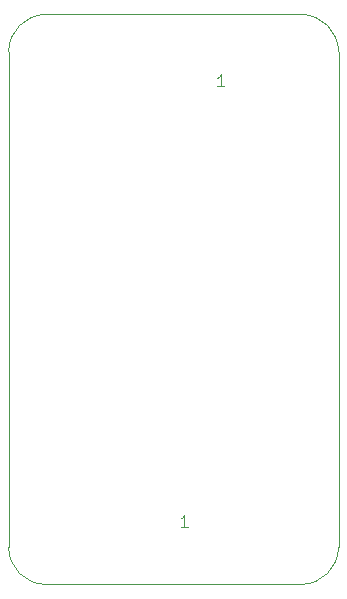
<source format=gbr>
G04 #@! TF.GenerationSoftware,KiCad,Pcbnew,5.1.4-e60b266~84~ubuntu18.04.1*
G04 #@! TF.CreationDate,2019-09-26T21:44:43+08:00*
G04 #@! TF.ProjectId,head,68656164-2e6b-4696-9361-645f70636258,rev?*
G04 #@! TF.SameCoordinates,Original*
G04 #@! TF.FileFunction,Profile,NP*
%FSLAX46Y46*%
G04 Gerber Fmt 4.6, Leading zero omitted, Abs format (unit mm)*
G04 Created by KiCad (PCBNEW 5.1.4-e60b266~84~ubuntu18.04.1) date 2019-09-26 21:44:43*
%MOMM*%
%LPD*%
G04 APERTURE LIST*
%ADD10C,0.050000*%
G04 APERTURE END LIST*
D10*
X113411000Y-28956000D02*
G75*
G02X116586000Y-32131000I0J-3175000D01*
G01*
X116586000Y-74041000D02*
G75*
G02X113411000Y-77216000I-3175000J0D01*
G01*
X91821000Y-77216000D02*
G75*
G02X88646000Y-74041000I0J3175000D01*
G01*
X88646000Y-32131000D02*
G75*
G02X91821000Y-28956000I3175000J0D01*
G01*
X88646000Y-32131000D02*
X88646000Y-74041000D01*
X113411000Y-28956000D02*
X91821000Y-28956000D01*
X116586000Y-74041000D02*
X116586000Y-32131000D01*
X91821000Y-77216000D02*
X113411000Y-77216000D01*
X103803714Y-72340380D02*
X103232285Y-72340380D01*
X103518000Y-72340380D02*
X103518000Y-71340380D01*
X103422761Y-71483238D01*
X103327523Y-71578476D01*
X103232285Y-71626095D01*
X106901714Y-35040380D02*
X106330285Y-35040380D01*
X106616000Y-35040380D02*
X106616000Y-34040380D01*
X106520761Y-34183238D01*
X106425523Y-34278476D01*
X106330285Y-34326095D01*
M02*

</source>
